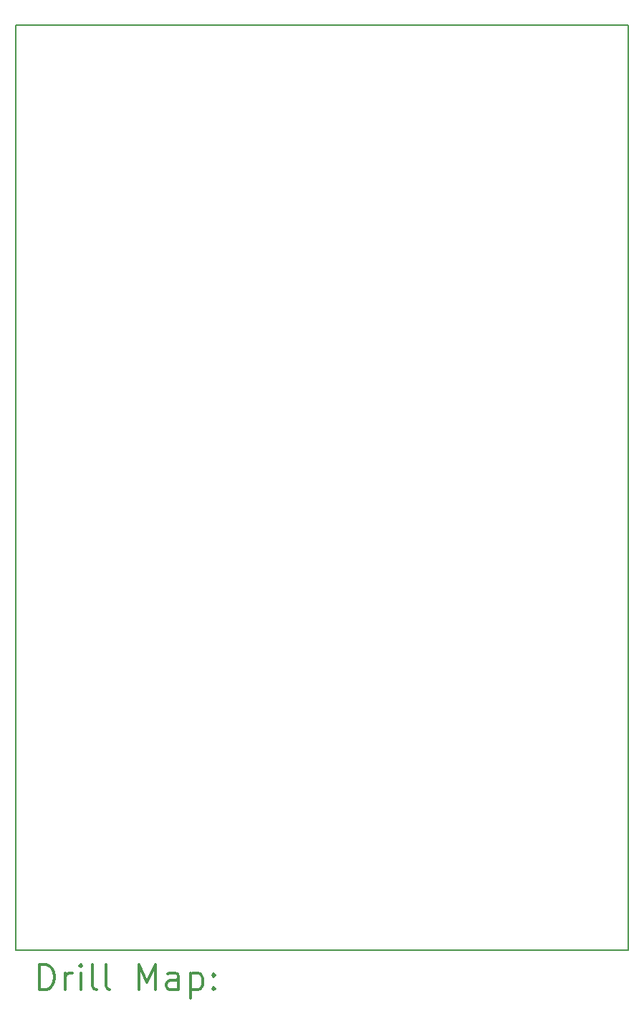
<source format=gbr>
%FSLAX45Y45*%
G04 Gerber Fmt 4.5, Leading zero omitted, Abs format (unit mm)*
G04 Created by KiCad (PCBNEW 5.0.2+dfsg1-1) date Wed 07 Jul 2021 08:36:00 PM EEST*
%MOMM*%
%LPD*%
G01*
G04 APERTURE LIST*
%ADD10C,0.150000*%
%ADD11C,0.200000*%
%ADD12C,0.300000*%
G04 APERTURE END LIST*
D10*
X10033000Y-15367000D02*
X10033000Y-4445000D01*
X17272000Y-15367000D02*
X10033000Y-15367000D01*
X17272000Y-4445000D02*
X17272000Y-15367000D01*
X10033000Y-4445000D02*
X17272000Y-4445000D01*
D11*
D12*
X10311928Y-15840214D02*
X10311928Y-15540214D01*
X10383357Y-15540214D01*
X10426214Y-15554500D01*
X10454786Y-15583071D01*
X10469071Y-15611643D01*
X10483357Y-15668786D01*
X10483357Y-15711643D01*
X10469071Y-15768786D01*
X10454786Y-15797357D01*
X10426214Y-15825929D01*
X10383357Y-15840214D01*
X10311928Y-15840214D01*
X10611928Y-15840214D02*
X10611928Y-15640214D01*
X10611928Y-15697357D02*
X10626214Y-15668786D01*
X10640500Y-15654500D01*
X10669071Y-15640214D01*
X10697643Y-15640214D01*
X10797643Y-15840214D02*
X10797643Y-15640214D01*
X10797643Y-15540214D02*
X10783357Y-15554500D01*
X10797643Y-15568786D01*
X10811928Y-15554500D01*
X10797643Y-15540214D01*
X10797643Y-15568786D01*
X10983357Y-15840214D02*
X10954786Y-15825929D01*
X10940500Y-15797357D01*
X10940500Y-15540214D01*
X11140500Y-15840214D02*
X11111928Y-15825929D01*
X11097643Y-15797357D01*
X11097643Y-15540214D01*
X11483357Y-15840214D02*
X11483357Y-15540214D01*
X11583357Y-15754500D01*
X11683357Y-15540214D01*
X11683357Y-15840214D01*
X11954786Y-15840214D02*
X11954786Y-15683071D01*
X11940500Y-15654500D01*
X11911928Y-15640214D01*
X11854786Y-15640214D01*
X11826214Y-15654500D01*
X11954786Y-15825929D02*
X11926214Y-15840214D01*
X11854786Y-15840214D01*
X11826214Y-15825929D01*
X11811928Y-15797357D01*
X11811928Y-15768786D01*
X11826214Y-15740214D01*
X11854786Y-15725929D01*
X11926214Y-15725929D01*
X11954786Y-15711643D01*
X12097643Y-15640214D02*
X12097643Y-15940214D01*
X12097643Y-15654500D02*
X12126214Y-15640214D01*
X12183357Y-15640214D01*
X12211928Y-15654500D01*
X12226214Y-15668786D01*
X12240500Y-15697357D01*
X12240500Y-15783071D01*
X12226214Y-15811643D01*
X12211928Y-15825929D01*
X12183357Y-15840214D01*
X12126214Y-15840214D01*
X12097643Y-15825929D01*
X12369071Y-15811643D02*
X12383357Y-15825929D01*
X12369071Y-15840214D01*
X12354786Y-15825929D01*
X12369071Y-15811643D01*
X12369071Y-15840214D01*
X12369071Y-15654500D02*
X12383357Y-15668786D01*
X12369071Y-15683071D01*
X12354786Y-15668786D01*
X12369071Y-15654500D01*
X12369071Y-15683071D01*
M02*

</source>
